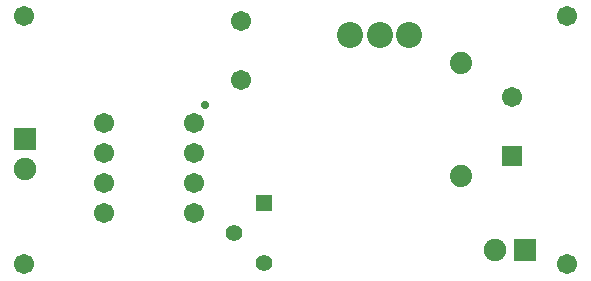
<source format=gbs>
G04 Layer_Color=16711935*
%FSLAX25Y25*%
%MOIN*%
G70*
G01*
G75*
%ADD39C,0.06706*%
%ADD40R,0.07493X0.07493*%
%ADD41C,0.07493*%
%ADD42C,0.07400*%
%ADD43R,0.06706X0.06706*%
%ADD44C,0.08674*%
%ADD45R,0.07493X0.07493*%
%ADD46R,0.05516X0.05516*%
%ADD47C,0.05516*%
%ADD48C,0.02768*%
D39*
X7874Y7874D02*
D03*
X64606Y24843D02*
D03*
Y34843D02*
D03*
Y44842D02*
D03*
Y54843D02*
D03*
X34606Y24843D02*
D03*
Y34843D02*
D03*
Y44842D02*
D03*
Y54843D02*
D03*
X7874Y90551D02*
D03*
X80315Y88976D02*
D03*
Y69291D02*
D03*
X188976Y7874D02*
D03*
Y90551D02*
D03*
X170472Y63779D02*
D03*
D40*
X8268Y49488D02*
D03*
D41*
Y39488D02*
D03*
X164685Y12598D02*
D03*
D42*
X153543Y37402D02*
D03*
X153543Y74803D02*
D03*
D43*
X170472Y44094D02*
D03*
D44*
X136221Y84252D02*
D03*
X126378D02*
D03*
X116535D02*
D03*
D45*
X174685Y12598D02*
D03*
D46*
X87795Y28268D02*
D03*
D47*
X77795Y18268D02*
D03*
X87795Y8268D02*
D03*
D48*
X68110Y61024D02*
D03*
M02*

</source>
